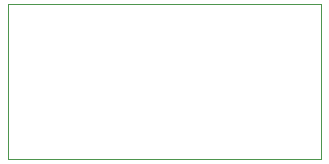
<source format=gm1>
G04 #@! TF.FileFunction,Profile,NP*
%FSLAX46Y46*%
G04 Gerber Fmt 4.6, Leading zero omitted, Abs format (unit mm)*
G04 Created by KiCad (PCBNEW 4.0.2+dfsg1-stable) date Thu 01 Sep 2016 08:28:52 AM JST*
%MOMM*%
G01*
G04 APERTURE LIST*
%ADD10C,0.150000*%
%ADD11C,0.099060*%
G04 APERTURE END LIST*
D10*
D11*
X4800600Y-6578600D02*
X4800600Y6570980D01*
X-21683980Y-6578600D02*
X4800600Y-6578600D01*
X-21683980Y6570980D02*
X-21683980Y-6578600D01*
X4800600Y6570980D02*
X-21683980Y6570980D01*
M02*

</source>
